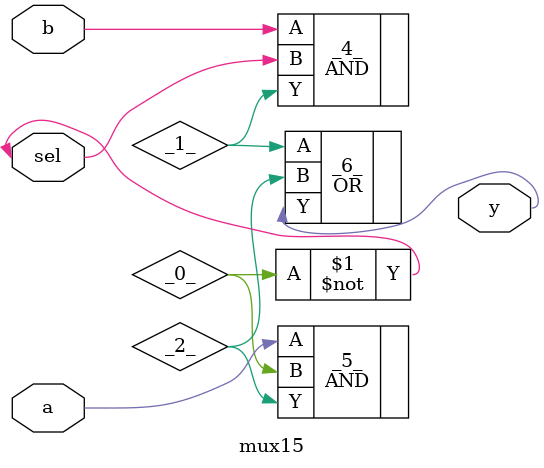
<source format=v>
/* Generated by Yosys 0.41+83 (git sha1 7045cf509, x86_64-w64-mingw32-g++ 13.2.1 -Os) */

/* cells_not_processed =  1  */
/* src = "mux15.v:2.1-12.10" */
module mux15(a, b, sel, y);
  wire _0_;
  wire _1_;
  wire _2_;
  /* src = "mux15.v:2.21-2.22" */
  input a;
  wire a;
  /* src = "mux15.v:2.24-2.25" */
  input b;
  wire b;
  /* src = "mux15.v:2.27-2.30" */
  input sel;
  wire sel;
  /* src = "mux15.v:3.32-3.33" */
  output y;
  wire y;
  not _3_ (
    .A(sel),
    .Y(_0_)
  );
  AND _4_ (
    .A(b),
    .B(sel),
    .Y(_1_)
  );
  AND _5_ (
    .A(a),
    .B(_0_),
    .Y(_2_)
  );
  OR _6_ (
    .A(_1_),
    .B(_2_),
    .Y(y)
  );
endmodule

</source>
